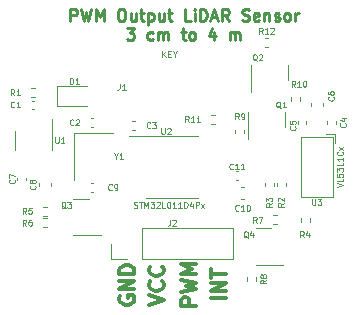
<source format=gto>
G04 #@! TF.GenerationSoftware,KiCad,Pcbnew,7.0.5-7.0.5~ubuntu22.04.1*
G04 #@! TF.CreationDate,2023-06-22T22:23:24-07:00*
G04 #@! TF.ProjectId,VL53L1x_pwm,564c3533-4c31-4785-9f70-776d2e6b6963,rev?*
G04 #@! TF.SameCoordinates,Original*
G04 #@! TF.FileFunction,Legend,Top*
G04 #@! TF.FilePolarity,Positive*
%FSLAX46Y46*%
G04 Gerber Fmt 4.6, Leading zero omitted, Abs format (unit mm)*
G04 Created by KiCad (PCBNEW 7.0.5-7.0.5~ubuntu22.04.1) date 2023-06-22 22:23:24*
%MOMM*%
%LPD*%
G01*
G04 APERTURE LIST*
%ADD10C,0.125000*%
%ADD11C,0.312500*%
%ADD12C,0.250000*%
%ADD13C,0.120000*%
G04 APERTURE END LIST*
D10*
X132178571Y-90474809D02*
X132178571Y-89974809D01*
X132464285Y-90474809D02*
X132250000Y-90189095D01*
X132464285Y-89974809D02*
X132178571Y-90260523D01*
X132678571Y-90212904D02*
X132845238Y-90212904D01*
X132916666Y-90474809D02*
X132678571Y-90474809D01*
X132678571Y-90474809D02*
X132678571Y-89974809D01*
X132678571Y-89974809D02*
X132916666Y-89974809D01*
X133226190Y-90236714D02*
X133226190Y-90474809D01*
X133059524Y-89974809D02*
X133226190Y-90236714D01*
X133226190Y-90236714D02*
X133392857Y-89974809D01*
D11*
X128621547Y-110702381D02*
X128562023Y-110821428D01*
X128562023Y-110821428D02*
X128562023Y-111000000D01*
X128562023Y-111000000D02*
X128621547Y-111178571D01*
X128621547Y-111178571D02*
X128740595Y-111297619D01*
X128740595Y-111297619D02*
X128859642Y-111357142D01*
X128859642Y-111357142D02*
X129097738Y-111416666D01*
X129097738Y-111416666D02*
X129276309Y-111416666D01*
X129276309Y-111416666D02*
X129514404Y-111357142D01*
X129514404Y-111357142D02*
X129633452Y-111297619D01*
X129633452Y-111297619D02*
X129752500Y-111178571D01*
X129752500Y-111178571D02*
X129812023Y-111000000D01*
X129812023Y-111000000D02*
X129812023Y-110880952D01*
X129812023Y-110880952D02*
X129752500Y-110702381D01*
X129752500Y-110702381D02*
X129692976Y-110642857D01*
X129692976Y-110642857D02*
X129276309Y-110642857D01*
X129276309Y-110642857D02*
X129276309Y-110880952D01*
X129812023Y-110107142D02*
X128562023Y-110107142D01*
X128562023Y-110107142D02*
X129812023Y-109392857D01*
X129812023Y-109392857D02*
X128562023Y-109392857D01*
X129812023Y-108797618D02*
X128562023Y-108797618D01*
X128562023Y-108797618D02*
X128562023Y-108499999D01*
X128562023Y-108499999D02*
X128621547Y-108321428D01*
X128621547Y-108321428D02*
X128740595Y-108202380D01*
X128740595Y-108202380D02*
X128859642Y-108142857D01*
X128859642Y-108142857D02*
X129097738Y-108083333D01*
X129097738Y-108083333D02*
X129276309Y-108083333D01*
X129276309Y-108083333D02*
X129514404Y-108142857D01*
X129514404Y-108142857D02*
X129633452Y-108202380D01*
X129633452Y-108202380D02*
X129752500Y-108321428D01*
X129752500Y-108321428D02*
X129812023Y-108499999D01*
X129812023Y-108499999D02*
X129812023Y-108797618D01*
X135062023Y-111505951D02*
X133812023Y-111505951D01*
X133812023Y-111505951D02*
X133812023Y-111029761D01*
X133812023Y-111029761D02*
X133871547Y-110910713D01*
X133871547Y-110910713D02*
X133931071Y-110851190D01*
X133931071Y-110851190D02*
X134050119Y-110791666D01*
X134050119Y-110791666D02*
X134228690Y-110791666D01*
X134228690Y-110791666D02*
X134347738Y-110851190D01*
X134347738Y-110851190D02*
X134407261Y-110910713D01*
X134407261Y-110910713D02*
X134466785Y-111029761D01*
X134466785Y-111029761D02*
X134466785Y-111505951D01*
X133812023Y-110374999D02*
X135062023Y-110077380D01*
X135062023Y-110077380D02*
X134169166Y-109839285D01*
X134169166Y-109839285D02*
X135062023Y-109601190D01*
X135062023Y-109601190D02*
X133812023Y-109303571D01*
X135062023Y-108827380D02*
X133812023Y-108827380D01*
X133812023Y-108827380D02*
X134704880Y-108410714D01*
X134704880Y-108410714D02*
X133812023Y-107994047D01*
X133812023Y-107994047D02*
X135062023Y-107994047D01*
X137562023Y-110880951D02*
X136312023Y-110880951D01*
X137562023Y-110285713D02*
X136312023Y-110285713D01*
X136312023Y-110285713D02*
X137562023Y-109571428D01*
X137562023Y-109571428D02*
X136312023Y-109571428D01*
X136312023Y-109154761D02*
X136312023Y-108440475D01*
X137562023Y-108797618D02*
X136312023Y-108797618D01*
D10*
X129797621Y-103201000D02*
X129869049Y-103224809D01*
X129869049Y-103224809D02*
X129988097Y-103224809D01*
X129988097Y-103224809D02*
X130035716Y-103201000D01*
X130035716Y-103201000D02*
X130059525Y-103177190D01*
X130059525Y-103177190D02*
X130083335Y-103129571D01*
X130083335Y-103129571D02*
X130083335Y-103081952D01*
X130083335Y-103081952D02*
X130059525Y-103034333D01*
X130059525Y-103034333D02*
X130035716Y-103010523D01*
X130035716Y-103010523D02*
X129988097Y-102986714D01*
X129988097Y-102986714D02*
X129892859Y-102962904D01*
X129892859Y-102962904D02*
X129845240Y-102939095D01*
X129845240Y-102939095D02*
X129821430Y-102915285D01*
X129821430Y-102915285D02*
X129797621Y-102867666D01*
X129797621Y-102867666D02*
X129797621Y-102820047D01*
X129797621Y-102820047D02*
X129821430Y-102772428D01*
X129821430Y-102772428D02*
X129845240Y-102748619D01*
X129845240Y-102748619D02*
X129892859Y-102724809D01*
X129892859Y-102724809D02*
X130011906Y-102724809D01*
X130011906Y-102724809D02*
X130083335Y-102748619D01*
X130226192Y-102724809D02*
X130511906Y-102724809D01*
X130369049Y-103224809D02*
X130369049Y-102724809D01*
X130678572Y-103224809D02*
X130678572Y-102724809D01*
X130678572Y-102724809D02*
X130845239Y-103081952D01*
X130845239Y-103081952D02*
X131011905Y-102724809D01*
X131011905Y-102724809D02*
X131011905Y-103224809D01*
X131202382Y-102724809D02*
X131511906Y-102724809D01*
X131511906Y-102724809D02*
X131345239Y-102915285D01*
X131345239Y-102915285D02*
X131416668Y-102915285D01*
X131416668Y-102915285D02*
X131464287Y-102939095D01*
X131464287Y-102939095D02*
X131488096Y-102962904D01*
X131488096Y-102962904D02*
X131511906Y-103010523D01*
X131511906Y-103010523D02*
X131511906Y-103129571D01*
X131511906Y-103129571D02*
X131488096Y-103177190D01*
X131488096Y-103177190D02*
X131464287Y-103201000D01*
X131464287Y-103201000D02*
X131416668Y-103224809D01*
X131416668Y-103224809D02*
X131273811Y-103224809D01*
X131273811Y-103224809D02*
X131226192Y-103201000D01*
X131226192Y-103201000D02*
X131202382Y-103177190D01*
X131702382Y-102772428D02*
X131726191Y-102748619D01*
X131726191Y-102748619D02*
X131773810Y-102724809D01*
X131773810Y-102724809D02*
X131892858Y-102724809D01*
X131892858Y-102724809D02*
X131940477Y-102748619D01*
X131940477Y-102748619D02*
X131964286Y-102772428D01*
X131964286Y-102772428D02*
X131988096Y-102820047D01*
X131988096Y-102820047D02*
X131988096Y-102867666D01*
X131988096Y-102867666D02*
X131964286Y-102939095D01*
X131964286Y-102939095D02*
X131678572Y-103224809D01*
X131678572Y-103224809D02*
X131988096Y-103224809D01*
X132440476Y-103224809D02*
X132202381Y-103224809D01*
X132202381Y-103224809D02*
X132202381Y-102724809D01*
X132702381Y-102724809D02*
X132750000Y-102724809D01*
X132750000Y-102724809D02*
X132797619Y-102748619D01*
X132797619Y-102748619D02*
X132821429Y-102772428D01*
X132821429Y-102772428D02*
X132845238Y-102820047D01*
X132845238Y-102820047D02*
X132869048Y-102915285D01*
X132869048Y-102915285D02*
X132869048Y-103034333D01*
X132869048Y-103034333D02*
X132845238Y-103129571D01*
X132845238Y-103129571D02*
X132821429Y-103177190D01*
X132821429Y-103177190D02*
X132797619Y-103201000D01*
X132797619Y-103201000D02*
X132750000Y-103224809D01*
X132750000Y-103224809D02*
X132702381Y-103224809D01*
X132702381Y-103224809D02*
X132654762Y-103201000D01*
X132654762Y-103201000D02*
X132630953Y-103177190D01*
X132630953Y-103177190D02*
X132607143Y-103129571D01*
X132607143Y-103129571D02*
X132583334Y-103034333D01*
X132583334Y-103034333D02*
X132583334Y-102915285D01*
X132583334Y-102915285D02*
X132607143Y-102820047D01*
X132607143Y-102820047D02*
X132630953Y-102772428D01*
X132630953Y-102772428D02*
X132654762Y-102748619D01*
X132654762Y-102748619D02*
X132702381Y-102724809D01*
X133345238Y-103224809D02*
X133059524Y-103224809D01*
X133202381Y-103224809D02*
X133202381Y-102724809D01*
X133202381Y-102724809D02*
X133154762Y-102796238D01*
X133154762Y-102796238D02*
X133107143Y-102843857D01*
X133107143Y-102843857D02*
X133059524Y-102867666D01*
X133821428Y-103224809D02*
X133535714Y-103224809D01*
X133678571Y-103224809D02*
X133678571Y-102724809D01*
X133678571Y-102724809D02*
X133630952Y-102796238D01*
X133630952Y-102796238D02*
X133583333Y-102843857D01*
X133583333Y-102843857D02*
X133535714Y-102867666D01*
X134035713Y-103224809D02*
X134035713Y-102724809D01*
X134035713Y-102724809D02*
X134154761Y-102724809D01*
X134154761Y-102724809D02*
X134226189Y-102748619D01*
X134226189Y-102748619D02*
X134273808Y-102796238D01*
X134273808Y-102796238D02*
X134297618Y-102843857D01*
X134297618Y-102843857D02*
X134321427Y-102939095D01*
X134321427Y-102939095D02*
X134321427Y-103010523D01*
X134321427Y-103010523D02*
X134297618Y-103105761D01*
X134297618Y-103105761D02*
X134273808Y-103153380D01*
X134273808Y-103153380D02*
X134226189Y-103201000D01*
X134226189Y-103201000D02*
X134154761Y-103224809D01*
X134154761Y-103224809D02*
X134035713Y-103224809D01*
X134749999Y-102891476D02*
X134749999Y-103224809D01*
X134630951Y-102701000D02*
X134511904Y-103058142D01*
X134511904Y-103058142D02*
X134821427Y-103058142D01*
X135011903Y-103224809D02*
X135011903Y-102724809D01*
X135011903Y-102724809D02*
X135202379Y-102724809D01*
X135202379Y-102724809D02*
X135249998Y-102748619D01*
X135249998Y-102748619D02*
X135273808Y-102772428D01*
X135273808Y-102772428D02*
X135297617Y-102820047D01*
X135297617Y-102820047D02*
X135297617Y-102891476D01*
X135297617Y-102891476D02*
X135273808Y-102939095D01*
X135273808Y-102939095D02*
X135249998Y-102962904D01*
X135249998Y-102962904D02*
X135202379Y-102986714D01*
X135202379Y-102986714D02*
X135011903Y-102986714D01*
X135464284Y-103224809D02*
X135726189Y-102891476D01*
X135464284Y-102891476D02*
X135726189Y-103224809D01*
D12*
X124404761Y-87394619D02*
X124404761Y-86394619D01*
X124404761Y-86394619D02*
X124785713Y-86394619D01*
X124785713Y-86394619D02*
X124880951Y-86442238D01*
X124880951Y-86442238D02*
X124928570Y-86489857D01*
X124928570Y-86489857D02*
X124976189Y-86585095D01*
X124976189Y-86585095D02*
X124976189Y-86727952D01*
X124976189Y-86727952D02*
X124928570Y-86823190D01*
X124928570Y-86823190D02*
X124880951Y-86870809D01*
X124880951Y-86870809D02*
X124785713Y-86918428D01*
X124785713Y-86918428D02*
X124404761Y-86918428D01*
X125309523Y-86394619D02*
X125547618Y-87394619D01*
X125547618Y-87394619D02*
X125738094Y-86680333D01*
X125738094Y-86680333D02*
X125928570Y-87394619D01*
X125928570Y-87394619D02*
X126166666Y-86394619D01*
X126547618Y-87394619D02*
X126547618Y-86394619D01*
X126547618Y-86394619D02*
X126880951Y-87108904D01*
X126880951Y-87108904D02*
X127214284Y-86394619D01*
X127214284Y-86394619D02*
X127214284Y-87394619D01*
X128642856Y-86394619D02*
X128833332Y-86394619D01*
X128833332Y-86394619D02*
X128928570Y-86442238D01*
X128928570Y-86442238D02*
X129023808Y-86537476D01*
X129023808Y-86537476D02*
X129071427Y-86727952D01*
X129071427Y-86727952D02*
X129071427Y-87061285D01*
X129071427Y-87061285D02*
X129023808Y-87251761D01*
X129023808Y-87251761D02*
X128928570Y-87347000D01*
X128928570Y-87347000D02*
X128833332Y-87394619D01*
X128833332Y-87394619D02*
X128642856Y-87394619D01*
X128642856Y-87394619D02*
X128547618Y-87347000D01*
X128547618Y-87347000D02*
X128452380Y-87251761D01*
X128452380Y-87251761D02*
X128404761Y-87061285D01*
X128404761Y-87061285D02*
X128404761Y-86727952D01*
X128404761Y-86727952D02*
X128452380Y-86537476D01*
X128452380Y-86537476D02*
X128547618Y-86442238D01*
X128547618Y-86442238D02*
X128642856Y-86394619D01*
X129928570Y-86727952D02*
X129928570Y-87394619D01*
X129499999Y-86727952D02*
X129499999Y-87251761D01*
X129499999Y-87251761D02*
X129547618Y-87347000D01*
X129547618Y-87347000D02*
X129642856Y-87394619D01*
X129642856Y-87394619D02*
X129785713Y-87394619D01*
X129785713Y-87394619D02*
X129880951Y-87347000D01*
X129880951Y-87347000D02*
X129928570Y-87299380D01*
X130261904Y-86727952D02*
X130642856Y-86727952D01*
X130404761Y-86394619D02*
X130404761Y-87251761D01*
X130404761Y-87251761D02*
X130452380Y-87347000D01*
X130452380Y-87347000D02*
X130547618Y-87394619D01*
X130547618Y-87394619D02*
X130642856Y-87394619D01*
X130976190Y-86727952D02*
X130976190Y-87727952D01*
X130976190Y-86775571D02*
X131071428Y-86727952D01*
X131071428Y-86727952D02*
X131261904Y-86727952D01*
X131261904Y-86727952D02*
X131357142Y-86775571D01*
X131357142Y-86775571D02*
X131404761Y-86823190D01*
X131404761Y-86823190D02*
X131452380Y-86918428D01*
X131452380Y-86918428D02*
X131452380Y-87204142D01*
X131452380Y-87204142D02*
X131404761Y-87299380D01*
X131404761Y-87299380D02*
X131357142Y-87347000D01*
X131357142Y-87347000D02*
X131261904Y-87394619D01*
X131261904Y-87394619D02*
X131071428Y-87394619D01*
X131071428Y-87394619D02*
X130976190Y-87347000D01*
X132309523Y-86727952D02*
X132309523Y-87394619D01*
X131880952Y-86727952D02*
X131880952Y-87251761D01*
X131880952Y-87251761D02*
X131928571Y-87347000D01*
X131928571Y-87347000D02*
X132023809Y-87394619D01*
X132023809Y-87394619D02*
X132166666Y-87394619D01*
X132166666Y-87394619D02*
X132261904Y-87347000D01*
X132261904Y-87347000D02*
X132309523Y-87299380D01*
X132642857Y-86727952D02*
X133023809Y-86727952D01*
X132785714Y-86394619D02*
X132785714Y-87251761D01*
X132785714Y-87251761D02*
X132833333Y-87347000D01*
X132833333Y-87347000D02*
X132928571Y-87394619D01*
X132928571Y-87394619D02*
X133023809Y-87394619D01*
X134595238Y-87394619D02*
X134119048Y-87394619D01*
X134119048Y-87394619D02*
X134119048Y-86394619D01*
X134928572Y-87394619D02*
X134928572Y-86727952D01*
X134928572Y-86394619D02*
X134880953Y-86442238D01*
X134880953Y-86442238D02*
X134928572Y-86489857D01*
X134928572Y-86489857D02*
X134976191Y-86442238D01*
X134976191Y-86442238D02*
X134928572Y-86394619D01*
X134928572Y-86394619D02*
X134928572Y-86489857D01*
X135404762Y-87394619D02*
X135404762Y-86394619D01*
X135404762Y-86394619D02*
X135642857Y-86394619D01*
X135642857Y-86394619D02*
X135785714Y-86442238D01*
X135785714Y-86442238D02*
X135880952Y-86537476D01*
X135880952Y-86537476D02*
X135928571Y-86632714D01*
X135928571Y-86632714D02*
X135976190Y-86823190D01*
X135976190Y-86823190D02*
X135976190Y-86966047D01*
X135976190Y-86966047D02*
X135928571Y-87156523D01*
X135928571Y-87156523D02*
X135880952Y-87251761D01*
X135880952Y-87251761D02*
X135785714Y-87347000D01*
X135785714Y-87347000D02*
X135642857Y-87394619D01*
X135642857Y-87394619D02*
X135404762Y-87394619D01*
X136357143Y-87108904D02*
X136833333Y-87108904D01*
X136261905Y-87394619D02*
X136595238Y-86394619D01*
X136595238Y-86394619D02*
X136928571Y-87394619D01*
X137833333Y-87394619D02*
X137500000Y-86918428D01*
X137261905Y-87394619D02*
X137261905Y-86394619D01*
X137261905Y-86394619D02*
X137642857Y-86394619D01*
X137642857Y-86394619D02*
X137738095Y-86442238D01*
X137738095Y-86442238D02*
X137785714Y-86489857D01*
X137785714Y-86489857D02*
X137833333Y-86585095D01*
X137833333Y-86585095D02*
X137833333Y-86727952D01*
X137833333Y-86727952D02*
X137785714Y-86823190D01*
X137785714Y-86823190D02*
X137738095Y-86870809D01*
X137738095Y-86870809D02*
X137642857Y-86918428D01*
X137642857Y-86918428D02*
X137261905Y-86918428D01*
X138976191Y-87347000D02*
X139119048Y-87394619D01*
X139119048Y-87394619D02*
X139357143Y-87394619D01*
X139357143Y-87394619D02*
X139452381Y-87347000D01*
X139452381Y-87347000D02*
X139500000Y-87299380D01*
X139500000Y-87299380D02*
X139547619Y-87204142D01*
X139547619Y-87204142D02*
X139547619Y-87108904D01*
X139547619Y-87108904D02*
X139500000Y-87013666D01*
X139500000Y-87013666D02*
X139452381Y-86966047D01*
X139452381Y-86966047D02*
X139357143Y-86918428D01*
X139357143Y-86918428D02*
X139166667Y-86870809D01*
X139166667Y-86870809D02*
X139071429Y-86823190D01*
X139071429Y-86823190D02*
X139023810Y-86775571D01*
X139023810Y-86775571D02*
X138976191Y-86680333D01*
X138976191Y-86680333D02*
X138976191Y-86585095D01*
X138976191Y-86585095D02*
X139023810Y-86489857D01*
X139023810Y-86489857D02*
X139071429Y-86442238D01*
X139071429Y-86442238D02*
X139166667Y-86394619D01*
X139166667Y-86394619D02*
X139404762Y-86394619D01*
X139404762Y-86394619D02*
X139547619Y-86442238D01*
X140357143Y-87347000D02*
X140261905Y-87394619D01*
X140261905Y-87394619D02*
X140071429Y-87394619D01*
X140071429Y-87394619D02*
X139976191Y-87347000D01*
X139976191Y-87347000D02*
X139928572Y-87251761D01*
X139928572Y-87251761D02*
X139928572Y-86870809D01*
X139928572Y-86870809D02*
X139976191Y-86775571D01*
X139976191Y-86775571D02*
X140071429Y-86727952D01*
X140071429Y-86727952D02*
X140261905Y-86727952D01*
X140261905Y-86727952D02*
X140357143Y-86775571D01*
X140357143Y-86775571D02*
X140404762Y-86870809D01*
X140404762Y-86870809D02*
X140404762Y-86966047D01*
X140404762Y-86966047D02*
X139928572Y-87061285D01*
X140833334Y-86727952D02*
X140833334Y-87394619D01*
X140833334Y-86823190D02*
X140880953Y-86775571D01*
X140880953Y-86775571D02*
X140976191Y-86727952D01*
X140976191Y-86727952D02*
X141119048Y-86727952D01*
X141119048Y-86727952D02*
X141214286Y-86775571D01*
X141214286Y-86775571D02*
X141261905Y-86870809D01*
X141261905Y-86870809D02*
X141261905Y-87394619D01*
X141690477Y-87347000D02*
X141785715Y-87394619D01*
X141785715Y-87394619D02*
X141976191Y-87394619D01*
X141976191Y-87394619D02*
X142071429Y-87347000D01*
X142071429Y-87347000D02*
X142119048Y-87251761D01*
X142119048Y-87251761D02*
X142119048Y-87204142D01*
X142119048Y-87204142D02*
X142071429Y-87108904D01*
X142071429Y-87108904D02*
X141976191Y-87061285D01*
X141976191Y-87061285D02*
X141833334Y-87061285D01*
X141833334Y-87061285D02*
X141738096Y-87013666D01*
X141738096Y-87013666D02*
X141690477Y-86918428D01*
X141690477Y-86918428D02*
X141690477Y-86870809D01*
X141690477Y-86870809D02*
X141738096Y-86775571D01*
X141738096Y-86775571D02*
X141833334Y-86727952D01*
X141833334Y-86727952D02*
X141976191Y-86727952D01*
X141976191Y-86727952D02*
X142071429Y-86775571D01*
X142690477Y-87394619D02*
X142595239Y-87347000D01*
X142595239Y-87347000D02*
X142547620Y-87299380D01*
X142547620Y-87299380D02*
X142500001Y-87204142D01*
X142500001Y-87204142D02*
X142500001Y-86918428D01*
X142500001Y-86918428D02*
X142547620Y-86823190D01*
X142547620Y-86823190D02*
X142595239Y-86775571D01*
X142595239Y-86775571D02*
X142690477Y-86727952D01*
X142690477Y-86727952D02*
X142833334Y-86727952D01*
X142833334Y-86727952D02*
X142928572Y-86775571D01*
X142928572Y-86775571D02*
X142976191Y-86823190D01*
X142976191Y-86823190D02*
X143023810Y-86918428D01*
X143023810Y-86918428D02*
X143023810Y-87204142D01*
X143023810Y-87204142D02*
X142976191Y-87299380D01*
X142976191Y-87299380D02*
X142928572Y-87347000D01*
X142928572Y-87347000D02*
X142833334Y-87394619D01*
X142833334Y-87394619D02*
X142690477Y-87394619D01*
X143452382Y-87394619D02*
X143452382Y-86727952D01*
X143452382Y-86918428D02*
X143500001Y-86823190D01*
X143500001Y-86823190D02*
X143547620Y-86775571D01*
X143547620Y-86775571D02*
X143642858Y-86727952D01*
X143642858Y-86727952D02*
X143738096Y-86727952D01*
X129166666Y-88004619D02*
X129785713Y-88004619D01*
X129785713Y-88004619D02*
X129452380Y-88385571D01*
X129452380Y-88385571D02*
X129595237Y-88385571D01*
X129595237Y-88385571D02*
X129690475Y-88433190D01*
X129690475Y-88433190D02*
X129738094Y-88480809D01*
X129738094Y-88480809D02*
X129785713Y-88576047D01*
X129785713Y-88576047D02*
X129785713Y-88814142D01*
X129785713Y-88814142D02*
X129738094Y-88909380D01*
X129738094Y-88909380D02*
X129690475Y-88957000D01*
X129690475Y-88957000D02*
X129595237Y-89004619D01*
X129595237Y-89004619D02*
X129309523Y-89004619D01*
X129309523Y-89004619D02*
X129214285Y-88957000D01*
X129214285Y-88957000D02*
X129166666Y-88909380D01*
X131404761Y-88957000D02*
X131309523Y-89004619D01*
X131309523Y-89004619D02*
X131119047Y-89004619D01*
X131119047Y-89004619D02*
X131023809Y-88957000D01*
X131023809Y-88957000D02*
X130976190Y-88909380D01*
X130976190Y-88909380D02*
X130928571Y-88814142D01*
X130928571Y-88814142D02*
X130928571Y-88528428D01*
X130928571Y-88528428D02*
X130976190Y-88433190D01*
X130976190Y-88433190D02*
X131023809Y-88385571D01*
X131023809Y-88385571D02*
X131119047Y-88337952D01*
X131119047Y-88337952D02*
X131309523Y-88337952D01*
X131309523Y-88337952D02*
X131404761Y-88385571D01*
X131833333Y-89004619D02*
X131833333Y-88337952D01*
X131833333Y-88433190D02*
X131880952Y-88385571D01*
X131880952Y-88385571D02*
X131976190Y-88337952D01*
X131976190Y-88337952D02*
X132119047Y-88337952D01*
X132119047Y-88337952D02*
X132214285Y-88385571D01*
X132214285Y-88385571D02*
X132261904Y-88480809D01*
X132261904Y-88480809D02*
X132261904Y-89004619D01*
X132261904Y-88480809D02*
X132309523Y-88385571D01*
X132309523Y-88385571D02*
X132404761Y-88337952D01*
X132404761Y-88337952D02*
X132547618Y-88337952D01*
X132547618Y-88337952D02*
X132642857Y-88385571D01*
X132642857Y-88385571D02*
X132690476Y-88480809D01*
X132690476Y-88480809D02*
X132690476Y-89004619D01*
X133785714Y-88337952D02*
X134166666Y-88337952D01*
X133928571Y-88004619D02*
X133928571Y-88861761D01*
X133928571Y-88861761D02*
X133976190Y-88957000D01*
X133976190Y-88957000D02*
X134071428Y-89004619D01*
X134071428Y-89004619D02*
X134166666Y-89004619D01*
X134642857Y-89004619D02*
X134547619Y-88957000D01*
X134547619Y-88957000D02*
X134500000Y-88909380D01*
X134500000Y-88909380D02*
X134452381Y-88814142D01*
X134452381Y-88814142D02*
X134452381Y-88528428D01*
X134452381Y-88528428D02*
X134500000Y-88433190D01*
X134500000Y-88433190D02*
X134547619Y-88385571D01*
X134547619Y-88385571D02*
X134642857Y-88337952D01*
X134642857Y-88337952D02*
X134785714Y-88337952D01*
X134785714Y-88337952D02*
X134880952Y-88385571D01*
X134880952Y-88385571D02*
X134928571Y-88433190D01*
X134928571Y-88433190D02*
X134976190Y-88528428D01*
X134976190Y-88528428D02*
X134976190Y-88814142D01*
X134976190Y-88814142D02*
X134928571Y-88909380D01*
X134928571Y-88909380D02*
X134880952Y-88957000D01*
X134880952Y-88957000D02*
X134785714Y-89004619D01*
X134785714Y-89004619D02*
X134642857Y-89004619D01*
X136595238Y-88337952D02*
X136595238Y-89004619D01*
X136357143Y-87957000D02*
X136119048Y-88671285D01*
X136119048Y-88671285D02*
X136738095Y-88671285D01*
X137880953Y-89004619D02*
X137880953Y-88337952D01*
X137880953Y-88433190D02*
X137928572Y-88385571D01*
X137928572Y-88385571D02*
X138023810Y-88337952D01*
X138023810Y-88337952D02*
X138166667Y-88337952D01*
X138166667Y-88337952D02*
X138261905Y-88385571D01*
X138261905Y-88385571D02*
X138309524Y-88480809D01*
X138309524Y-88480809D02*
X138309524Y-89004619D01*
X138309524Y-88480809D02*
X138357143Y-88385571D01*
X138357143Y-88385571D02*
X138452381Y-88337952D01*
X138452381Y-88337952D02*
X138595238Y-88337952D01*
X138595238Y-88337952D02*
X138690477Y-88385571D01*
X138690477Y-88385571D02*
X138738096Y-88480809D01*
X138738096Y-88480809D02*
X138738096Y-89004619D01*
D10*
X146974809Y-101488093D02*
X147474809Y-101321427D01*
X147474809Y-101321427D02*
X146974809Y-101154760D01*
X147474809Y-100749999D02*
X147474809Y-100988094D01*
X147474809Y-100988094D02*
X146974809Y-100988094D01*
X146974809Y-100345237D02*
X146974809Y-100583332D01*
X146974809Y-100583332D02*
X147212904Y-100607141D01*
X147212904Y-100607141D02*
X147189095Y-100583332D01*
X147189095Y-100583332D02*
X147165285Y-100535713D01*
X147165285Y-100535713D02*
X147165285Y-100416665D01*
X147165285Y-100416665D02*
X147189095Y-100369046D01*
X147189095Y-100369046D02*
X147212904Y-100345237D01*
X147212904Y-100345237D02*
X147260523Y-100321427D01*
X147260523Y-100321427D02*
X147379571Y-100321427D01*
X147379571Y-100321427D02*
X147427190Y-100345237D01*
X147427190Y-100345237D02*
X147451000Y-100369046D01*
X147451000Y-100369046D02*
X147474809Y-100416665D01*
X147474809Y-100416665D02*
X147474809Y-100535713D01*
X147474809Y-100535713D02*
X147451000Y-100583332D01*
X147451000Y-100583332D02*
X147427190Y-100607141D01*
X146974809Y-100154761D02*
X146974809Y-99845237D01*
X146974809Y-99845237D02*
X147165285Y-100011904D01*
X147165285Y-100011904D02*
X147165285Y-99940475D01*
X147165285Y-99940475D02*
X147189095Y-99892856D01*
X147189095Y-99892856D02*
X147212904Y-99869047D01*
X147212904Y-99869047D02*
X147260523Y-99845237D01*
X147260523Y-99845237D02*
X147379571Y-99845237D01*
X147379571Y-99845237D02*
X147427190Y-99869047D01*
X147427190Y-99869047D02*
X147451000Y-99892856D01*
X147451000Y-99892856D02*
X147474809Y-99940475D01*
X147474809Y-99940475D02*
X147474809Y-100083332D01*
X147474809Y-100083332D02*
X147451000Y-100130951D01*
X147451000Y-100130951D02*
X147427190Y-100154761D01*
X147474809Y-99392857D02*
X147474809Y-99630952D01*
X147474809Y-99630952D02*
X146974809Y-99630952D01*
X147474809Y-98964285D02*
X147474809Y-99249999D01*
X147474809Y-99107142D02*
X146974809Y-99107142D01*
X146974809Y-99107142D02*
X147046238Y-99154761D01*
X147046238Y-99154761D02*
X147093857Y-99202380D01*
X147093857Y-99202380D02*
X147117666Y-99249999D01*
X147427190Y-98464286D02*
X147451000Y-98488095D01*
X147451000Y-98488095D02*
X147474809Y-98559524D01*
X147474809Y-98559524D02*
X147474809Y-98607143D01*
X147474809Y-98607143D02*
X147451000Y-98678571D01*
X147451000Y-98678571D02*
X147403380Y-98726190D01*
X147403380Y-98726190D02*
X147355761Y-98750000D01*
X147355761Y-98750000D02*
X147260523Y-98773809D01*
X147260523Y-98773809D02*
X147189095Y-98773809D01*
X147189095Y-98773809D02*
X147093857Y-98750000D01*
X147093857Y-98750000D02*
X147046238Y-98726190D01*
X147046238Y-98726190D02*
X146998619Y-98678571D01*
X146998619Y-98678571D02*
X146974809Y-98607143D01*
X146974809Y-98607143D02*
X146974809Y-98559524D01*
X146974809Y-98559524D02*
X146998619Y-98488095D01*
X146998619Y-98488095D02*
X147022428Y-98464286D01*
X147474809Y-98297619D02*
X147141476Y-98035714D01*
X147141476Y-98297619D02*
X147474809Y-98035714D01*
D11*
X131062023Y-111416666D02*
X132312023Y-110999999D01*
X132312023Y-110999999D02*
X131062023Y-110583333D01*
X132192976Y-109452380D02*
X132252500Y-109511904D01*
X132252500Y-109511904D02*
X132312023Y-109690475D01*
X132312023Y-109690475D02*
X132312023Y-109809523D01*
X132312023Y-109809523D02*
X132252500Y-109988094D01*
X132252500Y-109988094D02*
X132133452Y-110107142D01*
X132133452Y-110107142D02*
X132014404Y-110166665D01*
X132014404Y-110166665D02*
X131776309Y-110226189D01*
X131776309Y-110226189D02*
X131597738Y-110226189D01*
X131597738Y-110226189D02*
X131359642Y-110166665D01*
X131359642Y-110166665D02*
X131240595Y-110107142D01*
X131240595Y-110107142D02*
X131121547Y-109988094D01*
X131121547Y-109988094D02*
X131062023Y-109809523D01*
X131062023Y-109809523D02*
X131062023Y-109690475D01*
X131062023Y-109690475D02*
X131121547Y-109511904D01*
X131121547Y-109511904D02*
X131181071Y-109452380D01*
X132192976Y-108202380D02*
X132252500Y-108261904D01*
X132252500Y-108261904D02*
X132312023Y-108440475D01*
X132312023Y-108440475D02*
X132312023Y-108559523D01*
X132312023Y-108559523D02*
X132252500Y-108738094D01*
X132252500Y-108738094D02*
X132133452Y-108857142D01*
X132133452Y-108857142D02*
X132014404Y-108916665D01*
X132014404Y-108916665D02*
X131776309Y-108976189D01*
X131776309Y-108976189D02*
X131597738Y-108976189D01*
X131597738Y-108976189D02*
X131359642Y-108916665D01*
X131359642Y-108916665D02*
X131240595Y-108857142D01*
X131240595Y-108857142D02*
X131121547Y-108738094D01*
X131121547Y-108738094D02*
X131062023Y-108559523D01*
X131062023Y-108559523D02*
X131062023Y-108440475D01*
X131062023Y-108440475D02*
X131121547Y-108261904D01*
X131121547Y-108261904D02*
X131181071Y-108202380D01*
D10*
G04 #@! TO.C,C2*
X124666666Y-96177190D02*
X124642857Y-96201000D01*
X124642857Y-96201000D02*
X124571428Y-96224809D01*
X124571428Y-96224809D02*
X124523809Y-96224809D01*
X124523809Y-96224809D02*
X124452381Y-96201000D01*
X124452381Y-96201000D02*
X124404762Y-96153380D01*
X124404762Y-96153380D02*
X124380952Y-96105761D01*
X124380952Y-96105761D02*
X124357143Y-96010523D01*
X124357143Y-96010523D02*
X124357143Y-95939095D01*
X124357143Y-95939095D02*
X124380952Y-95843857D01*
X124380952Y-95843857D02*
X124404762Y-95796238D01*
X124404762Y-95796238D02*
X124452381Y-95748619D01*
X124452381Y-95748619D02*
X124523809Y-95724809D01*
X124523809Y-95724809D02*
X124571428Y-95724809D01*
X124571428Y-95724809D02*
X124642857Y-95748619D01*
X124642857Y-95748619D02*
X124666666Y-95772428D01*
X124857143Y-95772428D02*
X124880952Y-95748619D01*
X124880952Y-95748619D02*
X124928571Y-95724809D01*
X124928571Y-95724809D02*
X125047619Y-95724809D01*
X125047619Y-95724809D02*
X125095238Y-95748619D01*
X125095238Y-95748619D02*
X125119047Y-95772428D01*
X125119047Y-95772428D02*
X125142857Y-95820047D01*
X125142857Y-95820047D02*
X125142857Y-95867666D01*
X125142857Y-95867666D02*
X125119047Y-95939095D01*
X125119047Y-95939095D02*
X124833333Y-96224809D01*
X124833333Y-96224809D02*
X125142857Y-96224809D01*
G04 #@! TO.C,C7*
X119677190Y-100833333D02*
X119701000Y-100857142D01*
X119701000Y-100857142D02*
X119724809Y-100928571D01*
X119724809Y-100928571D02*
X119724809Y-100976190D01*
X119724809Y-100976190D02*
X119701000Y-101047618D01*
X119701000Y-101047618D02*
X119653380Y-101095237D01*
X119653380Y-101095237D02*
X119605761Y-101119047D01*
X119605761Y-101119047D02*
X119510523Y-101142856D01*
X119510523Y-101142856D02*
X119439095Y-101142856D01*
X119439095Y-101142856D02*
X119343857Y-101119047D01*
X119343857Y-101119047D02*
X119296238Y-101095237D01*
X119296238Y-101095237D02*
X119248619Y-101047618D01*
X119248619Y-101047618D02*
X119224809Y-100976190D01*
X119224809Y-100976190D02*
X119224809Y-100928571D01*
X119224809Y-100928571D02*
X119248619Y-100857142D01*
X119248619Y-100857142D02*
X119272428Y-100833333D01*
X119224809Y-100666666D02*
X119224809Y-100333333D01*
X119224809Y-100333333D02*
X119724809Y-100547618D01*
G04 #@! TO.C,U3*
X144869047Y-102474809D02*
X144869047Y-102879571D01*
X144869047Y-102879571D02*
X144892857Y-102927190D01*
X144892857Y-102927190D02*
X144916666Y-102951000D01*
X144916666Y-102951000D02*
X144964285Y-102974809D01*
X144964285Y-102974809D02*
X145059523Y-102974809D01*
X145059523Y-102974809D02*
X145107142Y-102951000D01*
X145107142Y-102951000D02*
X145130952Y-102927190D01*
X145130952Y-102927190D02*
X145154761Y-102879571D01*
X145154761Y-102879571D02*
X145154761Y-102474809D01*
X145345238Y-102474809D02*
X145654762Y-102474809D01*
X145654762Y-102474809D02*
X145488095Y-102665285D01*
X145488095Y-102665285D02*
X145559524Y-102665285D01*
X145559524Y-102665285D02*
X145607143Y-102689095D01*
X145607143Y-102689095D02*
X145630952Y-102712904D01*
X145630952Y-102712904D02*
X145654762Y-102760523D01*
X145654762Y-102760523D02*
X145654762Y-102879571D01*
X145654762Y-102879571D02*
X145630952Y-102927190D01*
X145630952Y-102927190D02*
X145607143Y-102951000D01*
X145607143Y-102951000D02*
X145559524Y-102974809D01*
X145559524Y-102974809D02*
X145416667Y-102974809D01*
X145416667Y-102974809D02*
X145369048Y-102951000D01*
X145369048Y-102951000D02*
X145345238Y-102927190D01*
G04 #@! TO.C,J2*
X132833333Y-104224809D02*
X132833333Y-104581952D01*
X132833333Y-104581952D02*
X132809524Y-104653380D01*
X132809524Y-104653380D02*
X132761905Y-104701000D01*
X132761905Y-104701000D02*
X132690476Y-104724809D01*
X132690476Y-104724809D02*
X132642857Y-104724809D01*
X133047619Y-104272428D02*
X133071428Y-104248619D01*
X133071428Y-104248619D02*
X133119047Y-104224809D01*
X133119047Y-104224809D02*
X133238095Y-104224809D01*
X133238095Y-104224809D02*
X133285714Y-104248619D01*
X133285714Y-104248619D02*
X133309523Y-104272428D01*
X133309523Y-104272428D02*
X133333333Y-104320047D01*
X133333333Y-104320047D02*
X133333333Y-104367666D01*
X133333333Y-104367666D02*
X133309523Y-104439095D01*
X133309523Y-104439095D02*
X133023809Y-104724809D01*
X133023809Y-104724809D02*
X133333333Y-104724809D01*
G04 #@! TO.C,R7*
X140166666Y-104474809D02*
X140000000Y-104236714D01*
X139880952Y-104474809D02*
X139880952Y-103974809D01*
X139880952Y-103974809D02*
X140071428Y-103974809D01*
X140071428Y-103974809D02*
X140119047Y-103998619D01*
X140119047Y-103998619D02*
X140142857Y-104022428D01*
X140142857Y-104022428D02*
X140166666Y-104070047D01*
X140166666Y-104070047D02*
X140166666Y-104141476D01*
X140166666Y-104141476D02*
X140142857Y-104189095D01*
X140142857Y-104189095D02*
X140119047Y-104212904D01*
X140119047Y-104212904D02*
X140071428Y-104236714D01*
X140071428Y-104236714D02*
X139880952Y-104236714D01*
X140333333Y-103974809D02*
X140666666Y-103974809D01*
X140666666Y-103974809D02*
X140452381Y-104474809D01*
G04 #@! TO.C,R2*
X142474809Y-102833333D02*
X142236714Y-102999999D01*
X142474809Y-103119047D02*
X141974809Y-103119047D01*
X141974809Y-103119047D02*
X141974809Y-102928571D01*
X141974809Y-102928571D02*
X141998619Y-102880952D01*
X141998619Y-102880952D02*
X142022428Y-102857142D01*
X142022428Y-102857142D02*
X142070047Y-102833333D01*
X142070047Y-102833333D02*
X142141476Y-102833333D01*
X142141476Y-102833333D02*
X142189095Y-102857142D01*
X142189095Y-102857142D02*
X142212904Y-102880952D01*
X142212904Y-102880952D02*
X142236714Y-102928571D01*
X142236714Y-102928571D02*
X142236714Y-103119047D01*
X142022428Y-102642856D02*
X141998619Y-102619047D01*
X141998619Y-102619047D02*
X141974809Y-102571428D01*
X141974809Y-102571428D02*
X141974809Y-102452380D01*
X141974809Y-102452380D02*
X141998619Y-102404761D01*
X141998619Y-102404761D02*
X142022428Y-102380952D01*
X142022428Y-102380952D02*
X142070047Y-102357142D01*
X142070047Y-102357142D02*
X142117666Y-102357142D01*
X142117666Y-102357142D02*
X142189095Y-102380952D01*
X142189095Y-102380952D02*
X142474809Y-102666666D01*
X142474809Y-102666666D02*
X142474809Y-102357142D01*
G04 #@! TO.C,Y1*
X128261905Y-98836714D02*
X128261905Y-99074809D01*
X128095239Y-98574809D02*
X128261905Y-98836714D01*
X128261905Y-98836714D02*
X128428572Y-98574809D01*
X128857143Y-99074809D02*
X128571429Y-99074809D01*
X128714286Y-99074809D02*
X128714286Y-98574809D01*
X128714286Y-98574809D02*
X128666667Y-98646238D01*
X128666667Y-98646238D02*
X128619048Y-98693857D01*
X128619048Y-98693857D02*
X128571429Y-98717666D01*
G04 #@! TO.C,C4*
X147677190Y-96083333D02*
X147701000Y-96107142D01*
X147701000Y-96107142D02*
X147724809Y-96178571D01*
X147724809Y-96178571D02*
X147724809Y-96226190D01*
X147724809Y-96226190D02*
X147701000Y-96297618D01*
X147701000Y-96297618D02*
X147653380Y-96345237D01*
X147653380Y-96345237D02*
X147605761Y-96369047D01*
X147605761Y-96369047D02*
X147510523Y-96392856D01*
X147510523Y-96392856D02*
X147439095Y-96392856D01*
X147439095Y-96392856D02*
X147343857Y-96369047D01*
X147343857Y-96369047D02*
X147296238Y-96345237D01*
X147296238Y-96345237D02*
X147248619Y-96297618D01*
X147248619Y-96297618D02*
X147224809Y-96226190D01*
X147224809Y-96226190D02*
X147224809Y-96178571D01*
X147224809Y-96178571D02*
X147248619Y-96107142D01*
X147248619Y-96107142D02*
X147272428Y-96083333D01*
X147391476Y-95654761D02*
X147724809Y-95654761D01*
X147201000Y-95773809D02*
X147558142Y-95892856D01*
X147558142Y-95892856D02*
X147558142Y-95583333D01*
G04 #@! TO.C,C5*
X143427190Y-96333333D02*
X143451000Y-96357142D01*
X143451000Y-96357142D02*
X143474809Y-96428571D01*
X143474809Y-96428571D02*
X143474809Y-96476190D01*
X143474809Y-96476190D02*
X143451000Y-96547618D01*
X143451000Y-96547618D02*
X143403380Y-96595237D01*
X143403380Y-96595237D02*
X143355761Y-96619047D01*
X143355761Y-96619047D02*
X143260523Y-96642856D01*
X143260523Y-96642856D02*
X143189095Y-96642856D01*
X143189095Y-96642856D02*
X143093857Y-96619047D01*
X143093857Y-96619047D02*
X143046238Y-96595237D01*
X143046238Y-96595237D02*
X142998619Y-96547618D01*
X142998619Y-96547618D02*
X142974809Y-96476190D01*
X142974809Y-96476190D02*
X142974809Y-96428571D01*
X142974809Y-96428571D02*
X142998619Y-96357142D01*
X142998619Y-96357142D02*
X143022428Y-96333333D01*
X142974809Y-95880952D02*
X142974809Y-96119047D01*
X142974809Y-96119047D02*
X143212904Y-96142856D01*
X143212904Y-96142856D02*
X143189095Y-96119047D01*
X143189095Y-96119047D02*
X143165285Y-96071428D01*
X143165285Y-96071428D02*
X143165285Y-95952380D01*
X143165285Y-95952380D02*
X143189095Y-95904761D01*
X143189095Y-95904761D02*
X143212904Y-95880952D01*
X143212904Y-95880952D02*
X143260523Y-95857142D01*
X143260523Y-95857142D02*
X143379571Y-95857142D01*
X143379571Y-95857142D02*
X143427190Y-95880952D01*
X143427190Y-95880952D02*
X143451000Y-95904761D01*
X143451000Y-95904761D02*
X143474809Y-95952380D01*
X143474809Y-95952380D02*
X143474809Y-96071428D01*
X143474809Y-96071428D02*
X143451000Y-96119047D01*
X143451000Y-96119047D02*
X143427190Y-96142856D01*
G04 #@! TO.C,R5*
X120666666Y-103724809D02*
X120500000Y-103486714D01*
X120380952Y-103724809D02*
X120380952Y-103224809D01*
X120380952Y-103224809D02*
X120571428Y-103224809D01*
X120571428Y-103224809D02*
X120619047Y-103248619D01*
X120619047Y-103248619D02*
X120642857Y-103272428D01*
X120642857Y-103272428D02*
X120666666Y-103320047D01*
X120666666Y-103320047D02*
X120666666Y-103391476D01*
X120666666Y-103391476D02*
X120642857Y-103439095D01*
X120642857Y-103439095D02*
X120619047Y-103462904D01*
X120619047Y-103462904D02*
X120571428Y-103486714D01*
X120571428Y-103486714D02*
X120380952Y-103486714D01*
X121119047Y-103224809D02*
X120880952Y-103224809D01*
X120880952Y-103224809D02*
X120857143Y-103462904D01*
X120857143Y-103462904D02*
X120880952Y-103439095D01*
X120880952Y-103439095D02*
X120928571Y-103415285D01*
X120928571Y-103415285D02*
X121047619Y-103415285D01*
X121047619Y-103415285D02*
X121095238Y-103439095D01*
X121095238Y-103439095D02*
X121119047Y-103462904D01*
X121119047Y-103462904D02*
X121142857Y-103510523D01*
X121142857Y-103510523D02*
X121142857Y-103629571D01*
X121142857Y-103629571D02*
X121119047Y-103677190D01*
X121119047Y-103677190D02*
X121095238Y-103701000D01*
X121095238Y-103701000D02*
X121047619Y-103724809D01*
X121047619Y-103724809D02*
X120928571Y-103724809D01*
X120928571Y-103724809D02*
X120880952Y-103701000D01*
X120880952Y-103701000D02*
X120857143Y-103677190D01*
G04 #@! TO.C,C11*
X138178571Y-99927190D02*
X138154762Y-99951000D01*
X138154762Y-99951000D02*
X138083333Y-99974809D01*
X138083333Y-99974809D02*
X138035714Y-99974809D01*
X138035714Y-99974809D02*
X137964286Y-99951000D01*
X137964286Y-99951000D02*
X137916667Y-99903380D01*
X137916667Y-99903380D02*
X137892857Y-99855761D01*
X137892857Y-99855761D02*
X137869048Y-99760523D01*
X137869048Y-99760523D02*
X137869048Y-99689095D01*
X137869048Y-99689095D02*
X137892857Y-99593857D01*
X137892857Y-99593857D02*
X137916667Y-99546238D01*
X137916667Y-99546238D02*
X137964286Y-99498619D01*
X137964286Y-99498619D02*
X138035714Y-99474809D01*
X138035714Y-99474809D02*
X138083333Y-99474809D01*
X138083333Y-99474809D02*
X138154762Y-99498619D01*
X138154762Y-99498619D02*
X138178571Y-99522428D01*
X138654762Y-99974809D02*
X138369048Y-99974809D01*
X138511905Y-99974809D02*
X138511905Y-99474809D01*
X138511905Y-99474809D02*
X138464286Y-99546238D01*
X138464286Y-99546238D02*
X138416667Y-99593857D01*
X138416667Y-99593857D02*
X138369048Y-99617666D01*
X139130952Y-99974809D02*
X138845238Y-99974809D01*
X138988095Y-99974809D02*
X138988095Y-99474809D01*
X138988095Y-99474809D02*
X138940476Y-99546238D01*
X138940476Y-99546238D02*
X138892857Y-99593857D01*
X138892857Y-99593857D02*
X138845238Y-99617666D01*
G04 #@! TO.C,C9*
X127916666Y-101677190D02*
X127892857Y-101701000D01*
X127892857Y-101701000D02*
X127821428Y-101724809D01*
X127821428Y-101724809D02*
X127773809Y-101724809D01*
X127773809Y-101724809D02*
X127702381Y-101701000D01*
X127702381Y-101701000D02*
X127654762Y-101653380D01*
X127654762Y-101653380D02*
X127630952Y-101605761D01*
X127630952Y-101605761D02*
X127607143Y-101510523D01*
X127607143Y-101510523D02*
X127607143Y-101439095D01*
X127607143Y-101439095D02*
X127630952Y-101343857D01*
X127630952Y-101343857D02*
X127654762Y-101296238D01*
X127654762Y-101296238D02*
X127702381Y-101248619D01*
X127702381Y-101248619D02*
X127773809Y-101224809D01*
X127773809Y-101224809D02*
X127821428Y-101224809D01*
X127821428Y-101224809D02*
X127892857Y-101248619D01*
X127892857Y-101248619D02*
X127916666Y-101272428D01*
X128154762Y-101724809D02*
X128250000Y-101724809D01*
X128250000Y-101724809D02*
X128297619Y-101701000D01*
X128297619Y-101701000D02*
X128321428Y-101677190D01*
X128321428Y-101677190D02*
X128369047Y-101605761D01*
X128369047Y-101605761D02*
X128392857Y-101510523D01*
X128392857Y-101510523D02*
X128392857Y-101320047D01*
X128392857Y-101320047D02*
X128369047Y-101272428D01*
X128369047Y-101272428D02*
X128345238Y-101248619D01*
X128345238Y-101248619D02*
X128297619Y-101224809D01*
X128297619Y-101224809D02*
X128202381Y-101224809D01*
X128202381Y-101224809D02*
X128154762Y-101248619D01*
X128154762Y-101248619D02*
X128130952Y-101272428D01*
X128130952Y-101272428D02*
X128107143Y-101320047D01*
X128107143Y-101320047D02*
X128107143Y-101439095D01*
X128107143Y-101439095D02*
X128130952Y-101486714D01*
X128130952Y-101486714D02*
X128154762Y-101510523D01*
X128154762Y-101510523D02*
X128202381Y-101534333D01*
X128202381Y-101534333D02*
X128297619Y-101534333D01*
X128297619Y-101534333D02*
X128345238Y-101510523D01*
X128345238Y-101510523D02*
X128369047Y-101486714D01*
X128369047Y-101486714D02*
X128392857Y-101439095D01*
G04 #@! TO.C,R3*
X141474809Y-102833333D02*
X141236714Y-102999999D01*
X141474809Y-103119047D02*
X140974809Y-103119047D01*
X140974809Y-103119047D02*
X140974809Y-102928571D01*
X140974809Y-102928571D02*
X140998619Y-102880952D01*
X140998619Y-102880952D02*
X141022428Y-102857142D01*
X141022428Y-102857142D02*
X141070047Y-102833333D01*
X141070047Y-102833333D02*
X141141476Y-102833333D01*
X141141476Y-102833333D02*
X141189095Y-102857142D01*
X141189095Y-102857142D02*
X141212904Y-102880952D01*
X141212904Y-102880952D02*
X141236714Y-102928571D01*
X141236714Y-102928571D02*
X141236714Y-103119047D01*
X140974809Y-102666666D02*
X140974809Y-102357142D01*
X140974809Y-102357142D02*
X141165285Y-102523809D01*
X141165285Y-102523809D02*
X141165285Y-102452380D01*
X141165285Y-102452380D02*
X141189095Y-102404761D01*
X141189095Y-102404761D02*
X141212904Y-102380952D01*
X141212904Y-102380952D02*
X141260523Y-102357142D01*
X141260523Y-102357142D02*
X141379571Y-102357142D01*
X141379571Y-102357142D02*
X141427190Y-102380952D01*
X141427190Y-102380952D02*
X141451000Y-102404761D01*
X141451000Y-102404761D02*
X141474809Y-102452380D01*
X141474809Y-102452380D02*
X141474809Y-102595237D01*
X141474809Y-102595237D02*
X141451000Y-102642856D01*
X141451000Y-102642856D02*
X141427190Y-102666666D01*
G04 #@! TO.C,J1*
X128583333Y-92724809D02*
X128583333Y-93081952D01*
X128583333Y-93081952D02*
X128559524Y-93153380D01*
X128559524Y-93153380D02*
X128511905Y-93201000D01*
X128511905Y-93201000D02*
X128440476Y-93224809D01*
X128440476Y-93224809D02*
X128392857Y-93224809D01*
X129083333Y-93224809D02*
X128797619Y-93224809D01*
X128940476Y-93224809D02*
X128940476Y-92724809D01*
X128940476Y-92724809D02*
X128892857Y-92796238D01*
X128892857Y-92796238D02*
X128845238Y-92843857D01*
X128845238Y-92843857D02*
X128797619Y-92867666D01*
G04 #@! TO.C,C10*
X138653571Y-103427190D02*
X138629762Y-103451000D01*
X138629762Y-103451000D02*
X138558333Y-103474809D01*
X138558333Y-103474809D02*
X138510714Y-103474809D01*
X138510714Y-103474809D02*
X138439286Y-103451000D01*
X138439286Y-103451000D02*
X138391667Y-103403380D01*
X138391667Y-103403380D02*
X138367857Y-103355761D01*
X138367857Y-103355761D02*
X138344048Y-103260523D01*
X138344048Y-103260523D02*
X138344048Y-103189095D01*
X138344048Y-103189095D02*
X138367857Y-103093857D01*
X138367857Y-103093857D02*
X138391667Y-103046238D01*
X138391667Y-103046238D02*
X138439286Y-102998619D01*
X138439286Y-102998619D02*
X138510714Y-102974809D01*
X138510714Y-102974809D02*
X138558333Y-102974809D01*
X138558333Y-102974809D02*
X138629762Y-102998619D01*
X138629762Y-102998619D02*
X138653571Y-103022428D01*
X139129762Y-103474809D02*
X138844048Y-103474809D01*
X138986905Y-103474809D02*
X138986905Y-102974809D01*
X138986905Y-102974809D02*
X138939286Y-103046238D01*
X138939286Y-103046238D02*
X138891667Y-103093857D01*
X138891667Y-103093857D02*
X138844048Y-103117666D01*
X139439285Y-102974809D02*
X139486904Y-102974809D01*
X139486904Y-102974809D02*
X139534523Y-102998619D01*
X139534523Y-102998619D02*
X139558333Y-103022428D01*
X139558333Y-103022428D02*
X139582142Y-103070047D01*
X139582142Y-103070047D02*
X139605952Y-103165285D01*
X139605952Y-103165285D02*
X139605952Y-103284333D01*
X139605952Y-103284333D02*
X139582142Y-103379571D01*
X139582142Y-103379571D02*
X139558333Y-103427190D01*
X139558333Y-103427190D02*
X139534523Y-103451000D01*
X139534523Y-103451000D02*
X139486904Y-103474809D01*
X139486904Y-103474809D02*
X139439285Y-103474809D01*
X139439285Y-103474809D02*
X139391666Y-103451000D01*
X139391666Y-103451000D02*
X139367857Y-103427190D01*
X139367857Y-103427190D02*
X139344047Y-103379571D01*
X139344047Y-103379571D02*
X139320238Y-103284333D01*
X139320238Y-103284333D02*
X139320238Y-103165285D01*
X139320238Y-103165285D02*
X139344047Y-103070047D01*
X139344047Y-103070047D02*
X139367857Y-103022428D01*
X139367857Y-103022428D02*
X139391666Y-102998619D01*
X139391666Y-102998619D02*
X139439285Y-102974809D01*
G04 #@! TO.C,C3*
X131166666Y-96427190D02*
X131142857Y-96451000D01*
X131142857Y-96451000D02*
X131071428Y-96474809D01*
X131071428Y-96474809D02*
X131023809Y-96474809D01*
X131023809Y-96474809D02*
X130952381Y-96451000D01*
X130952381Y-96451000D02*
X130904762Y-96403380D01*
X130904762Y-96403380D02*
X130880952Y-96355761D01*
X130880952Y-96355761D02*
X130857143Y-96260523D01*
X130857143Y-96260523D02*
X130857143Y-96189095D01*
X130857143Y-96189095D02*
X130880952Y-96093857D01*
X130880952Y-96093857D02*
X130904762Y-96046238D01*
X130904762Y-96046238D02*
X130952381Y-95998619D01*
X130952381Y-95998619D02*
X131023809Y-95974809D01*
X131023809Y-95974809D02*
X131071428Y-95974809D01*
X131071428Y-95974809D02*
X131142857Y-95998619D01*
X131142857Y-95998619D02*
X131166666Y-96022428D01*
X131333333Y-95974809D02*
X131642857Y-95974809D01*
X131642857Y-95974809D02*
X131476190Y-96165285D01*
X131476190Y-96165285D02*
X131547619Y-96165285D01*
X131547619Y-96165285D02*
X131595238Y-96189095D01*
X131595238Y-96189095D02*
X131619047Y-96212904D01*
X131619047Y-96212904D02*
X131642857Y-96260523D01*
X131642857Y-96260523D02*
X131642857Y-96379571D01*
X131642857Y-96379571D02*
X131619047Y-96427190D01*
X131619047Y-96427190D02*
X131595238Y-96451000D01*
X131595238Y-96451000D02*
X131547619Y-96474809D01*
X131547619Y-96474809D02*
X131404762Y-96474809D01*
X131404762Y-96474809D02*
X131357143Y-96451000D01*
X131357143Y-96451000D02*
X131333333Y-96427190D01*
G04 #@! TO.C,R6*
X120666666Y-104724809D02*
X120500000Y-104486714D01*
X120380952Y-104724809D02*
X120380952Y-104224809D01*
X120380952Y-104224809D02*
X120571428Y-104224809D01*
X120571428Y-104224809D02*
X120619047Y-104248619D01*
X120619047Y-104248619D02*
X120642857Y-104272428D01*
X120642857Y-104272428D02*
X120666666Y-104320047D01*
X120666666Y-104320047D02*
X120666666Y-104391476D01*
X120666666Y-104391476D02*
X120642857Y-104439095D01*
X120642857Y-104439095D02*
X120619047Y-104462904D01*
X120619047Y-104462904D02*
X120571428Y-104486714D01*
X120571428Y-104486714D02*
X120380952Y-104486714D01*
X121095238Y-104224809D02*
X121000000Y-104224809D01*
X121000000Y-104224809D02*
X120952381Y-104248619D01*
X120952381Y-104248619D02*
X120928571Y-104272428D01*
X120928571Y-104272428D02*
X120880952Y-104343857D01*
X120880952Y-104343857D02*
X120857143Y-104439095D01*
X120857143Y-104439095D02*
X120857143Y-104629571D01*
X120857143Y-104629571D02*
X120880952Y-104677190D01*
X120880952Y-104677190D02*
X120904762Y-104701000D01*
X120904762Y-104701000D02*
X120952381Y-104724809D01*
X120952381Y-104724809D02*
X121047619Y-104724809D01*
X121047619Y-104724809D02*
X121095238Y-104701000D01*
X121095238Y-104701000D02*
X121119047Y-104677190D01*
X121119047Y-104677190D02*
X121142857Y-104629571D01*
X121142857Y-104629571D02*
X121142857Y-104510523D01*
X121142857Y-104510523D02*
X121119047Y-104462904D01*
X121119047Y-104462904D02*
X121095238Y-104439095D01*
X121095238Y-104439095D02*
X121047619Y-104415285D01*
X121047619Y-104415285D02*
X120952381Y-104415285D01*
X120952381Y-104415285D02*
X120904762Y-104439095D01*
X120904762Y-104439095D02*
X120880952Y-104462904D01*
X120880952Y-104462904D02*
X120857143Y-104510523D01*
G04 #@! TO.C,R12*
X140678571Y-88474809D02*
X140511905Y-88236714D01*
X140392857Y-88474809D02*
X140392857Y-87974809D01*
X140392857Y-87974809D02*
X140583333Y-87974809D01*
X140583333Y-87974809D02*
X140630952Y-87998619D01*
X140630952Y-87998619D02*
X140654762Y-88022428D01*
X140654762Y-88022428D02*
X140678571Y-88070047D01*
X140678571Y-88070047D02*
X140678571Y-88141476D01*
X140678571Y-88141476D02*
X140654762Y-88189095D01*
X140654762Y-88189095D02*
X140630952Y-88212904D01*
X140630952Y-88212904D02*
X140583333Y-88236714D01*
X140583333Y-88236714D02*
X140392857Y-88236714D01*
X141154762Y-88474809D02*
X140869048Y-88474809D01*
X141011905Y-88474809D02*
X141011905Y-87974809D01*
X141011905Y-87974809D02*
X140964286Y-88046238D01*
X140964286Y-88046238D02*
X140916667Y-88093857D01*
X140916667Y-88093857D02*
X140869048Y-88117666D01*
X141345238Y-88022428D02*
X141369047Y-87998619D01*
X141369047Y-87998619D02*
X141416666Y-87974809D01*
X141416666Y-87974809D02*
X141535714Y-87974809D01*
X141535714Y-87974809D02*
X141583333Y-87998619D01*
X141583333Y-87998619D02*
X141607142Y-88022428D01*
X141607142Y-88022428D02*
X141630952Y-88070047D01*
X141630952Y-88070047D02*
X141630952Y-88117666D01*
X141630952Y-88117666D02*
X141607142Y-88189095D01*
X141607142Y-88189095D02*
X141321428Y-88474809D01*
X141321428Y-88474809D02*
X141630952Y-88474809D01*
G04 #@! TO.C,D1*
X124380952Y-92724809D02*
X124380952Y-92224809D01*
X124380952Y-92224809D02*
X124500000Y-92224809D01*
X124500000Y-92224809D02*
X124571428Y-92248619D01*
X124571428Y-92248619D02*
X124619047Y-92296238D01*
X124619047Y-92296238D02*
X124642857Y-92343857D01*
X124642857Y-92343857D02*
X124666666Y-92439095D01*
X124666666Y-92439095D02*
X124666666Y-92510523D01*
X124666666Y-92510523D02*
X124642857Y-92605761D01*
X124642857Y-92605761D02*
X124619047Y-92653380D01*
X124619047Y-92653380D02*
X124571428Y-92701000D01*
X124571428Y-92701000D02*
X124500000Y-92724809D01*
X124500000Y-92724809D02*
X124380952Y-92724809D01*
X125142857Y-92724809D02*
X124857143Y-92724809D01*
X125000000Y-92724809D02*
X125000000Y-92224809D01*
X125000000Y-92224809D02*
X124952381Y-92296238D01*
X124952381Y-92296238D02*
X124904762Y-92343857D01*
X124904762Y-92343857D02*
X124857143Y-92367666D01*
G04 #@! TO.C,C8*
X121427190Y-101333333D02*
X121451000Y-101357142D01*
X121451000Y-101357142D02*
X121474809Y-101428571D01*
X121474809Y-101428571D02*
X121474809Y-101476190D01*
X121474809Y-101476190D02*
X121451000Y-101547618D01*
X121451000Y-101547618D02*
X121403380Y-101595237D01*
X121403380Y-101595237D02*
X121355761Y-101619047D01*
X121355761Y-101619047D02*
X121260523Y-101642856D01*
X121260523Y-101642856D02*
X121189095Y-101642856D01*
X121189095Y-101642856D02*
X121093857Y-101619047D01*
X121093857Y-101619047D02*
X121046238Y-101595237D01*
X121046238Y-101595237D02*
X120998619Y-101547618D01*
X120998619Y-101547618D02*
X120974809Y-101476190D01*
X120974809Y-101476190D02*
X120974809Y-101428571D01*
X120974809Y-101428571D02*
X120998619Y-101357142D01*
X120998619Y-101357142D02*
X121022428Y-101333333D01*
X121189095Y-101047618D02*
X121165285Y-101095237D01*
X121165285Y-101095237D02*
X121141476Y-101119047D01*
X121141476Y-101119047D02*
X121093857Y-101142856D01*
X121093857Y-101142856D02*
X121070047Y-101142856D01*
X121070047Y-101142856D02*
X121022428Y-101119047D01*
X121022428Y-101119047D02*
X120998619Y-101095237D01*
X120998619Y-101095237D02*
X120974809Y-101047618D01*
X120974809Y-101047618D02*
X120974809Y-100952380D01*
X120974809Y-100952380D02*
X120998619Y-100904761D01*
X120998619Y-100904761D02*
X121022428Y-100880952D01*
X121022428Y-100880952D02*
X121070047Y-100857142D01*
X121070047Y-100857142D02*
X121093857Y-100857142D01*
X121093857Y-100857142D02*
X121141476Y-100880952D01*
X121141476Y-100880952D02*
X121165285Y-100904761D01*
X121165285Y-100904761D02*
X121189095Y-100952380D01*
X121189095Y-100952380D02*
X121189095Y-101047618D01*
X121189095Y-101047618D02*
X121212904Y-101095237D01*
X121212904Y-101095237D02*
X121236714Y-101119047D01*
X121236714Y-101119047D02*
X121284333Y-101142856D01*
X121284333Y-101142856D02*
X121379571Y-101142856D01*
X121379571Y-101142856D02*
X121427190Y-101119047D01*
X121427190Y-101119047D02*
X121451000Y-101095237D01*
X121451000Y-101095237D02*
X121474809Y-101047618D01*
X121474809Y-101047618D02*
X121474809Y-100952380D01*
X121474809Y-100952380D02*
X121451000Y-100904761D01*
X121451000Y-100904761D02*
X121427190Y-100880952D01*
X121427190Y-100880952D02*
X121379571Y-100857142D01*
X121379571Y-100857142D02*
X121284333Y-100857142D01*
X121284333Y-100857142D02*
X121236714Y-100880952D01*
X121236714Y-100880952D02*
X121212904Y-100904761D01*
X121212904Y-100904761D02*
X121189095Y-100952380D01*
G04 #@! TO.C,R9*
X138666666Y-95724809D02*
X138500000Y-95486714D01*
X138380952Y-95724809D02*
X138380952Y-95224809D01*
X138380952Y-95224809D02*
X138571428Y-95224809D01*
X138571428Y-95224809D02*
X138619047Y-95248619D01*
X138619047Y-95248619D02*
X138642857Y-95272428D01*
X138642857Y-95272428D02*
X138666666Y-95320047D01*
X138666666Y-95320047D02*
X138666666Y-95391476D01*
X138666666Y-95391476D02*
X138642857Y-95439095D01*
X138642857Y-95439095D02*
X138619047Y-95462904D01*
X138619047Y-95462904D02*
X138571428Y-95486714D01*
X138571428Y-95486714D02*
X138380952Y-95486714D01*
X138904762Y-95724809D02*
X139000000Y-95724809D01*
X139000000Y-95724809D02*
X139047619Y-95701000D01*
X139047619Y-95701000D02*
X139071428Y-95677190D01*
X139071428Y-95677190D02*
X139119047Y-95605761D01*
X139119047Y-95605761D02*
X139142857Y-95510523D01*
X139142857Y-95510523D02*
X139142857Y-95320047D01*
X139142857Y-95320047D02*
X139119047Y-95272428D01*
X139119047Y-95272428D02*
X139095238Y-95248619D01*
X139095238Y-95248619D02*
X139047619Y-95224809D01*
X139047619Y-95224809D02*
X138952381Y-95224809D01*
X138952381Y-95224809D02*
X138904762Y-95248619D01*
X138904762Y-95248619D02*
X138880952Y-95272428D01*
X138880952Y-95272428D02*
X138857143Y-95320047D01*
X138857143Y-95320047D02*
X138857143Y-95439095D01*
X138857143Y-95439095D02*
X138880952Y-95486714D01*
X138880952Y-95486714D02*
X138904762Y-95510523D01*
X138904762Y-95510523D02*
X138952381Y-95534333D01*
X138952381Y-95534333D02*
X139047619Y-95534333D01*
X139047619Y-95534333D02*
X139095238Y-95510523D01*
X139095238Y-95510523D02*
X139119047Y-95486714D01*
X139119047Y-95486714D02*
X139142857Y-95439095D01*
G04 #@! TO.C,R8*
X140984809Y-109343333D02*
X140746714Y-109509999D01*
X140984809Y-109629047D02*
X140484809Y-109629047D01*
X140484809Y-109629047D02*
X140484809Y-109438571D01*
X140484809Y-109438571D02*
X140508619Y-109390952D01*
X140508619Y-109390952D02*
X140532428Y-109367142D01*
X140532428Y-109367142D02*
X140580047Y-109343333D01*
X140580047Y-109343333D02*
X140651476Y-109343333D01*
X140651476Y-109343333D02*
X140699095Y-109367142D01*
X140699095Y-109367142D02*
X140722904Y-109390952D01*
X140722904Y-109390952D02*
X140746714Y-109438571D01*
X140746714Y-109438571D02*
X140746714Y-109629047D01*
X140699095Y-109057618D02*
X140675285Y-109105237D01*
X140675285Y-109105237D02*
X140651476Y-109129047D01*
X140651476Y-109129047D02*
X140603857Y-109152856D01*
X140603857Y-109152856D02*
X140580047Y-109152856D01*
X140580047Y-109152856D02*
X140532428Y-109129047D01*
X140532428Y-109129047D02*
X140508619Y-109105237D01*
X140508619Y-109105237D02*
X140484809Y-109057618D01*
X140484809Y-109057618D02*
X140484809Y-108962380D01*
X140484809Y-108962380D02*
X140508619Y-108914761D01*
X140508619Y-108914761D02*
X140532428Y-108890952D01*
X140532428Y-108890952D02*
X140580047Y-108867142D01*
X140580047Y-108867142D02*
X140603857Y-108867142D01*
X140603857Y-108867142D02*
X140651476Y-108890952D01*
X140651476Y-108890952D02*
X140675285Y-108914761D01*
X140675285Y-108914761D02*
X140699095Y-108962380D01*
X140699095Y-108962380D02*
X140699095Y-109057618D01*
X140699095Y-109057618D02*
X140722904Y-109105237D01*
X140722904Y-109105237D02*
X140746714Y-109129047D01*
X140746714Y-109129047D02*
X140794333Y-109152856D01*
X140794333Y-109152856D02*
X140889571Y-109152856D01*
X140889571Y-109152856D02*
X140937190Y-109129047D01*
X140937190Y-109129047D02*
X140961000Y-109105237D01*
X140961000Y-109105237D02*
X140984809Y-109057618D01*
X140984809Y-109057618D02*
X140984809Y-108962380D01*
X140984809Y-108962380D02*
X140961000Y-108914761D01*
X140961000Y-108914761D02*
X140937190Y-108890952D01*
X140937190Y-108890952D02*
X140889571Y-108867142D01*
X140889571Y-108867142D02*
X140794333Y-108867142D01*
X140794333Y-108867142D02*
X140746714Y-108890952D01*
X140746714Y-108890952D02*
X140722904Y-108914761D01*
X140722904Y-108914761D02*
X140699095Y-108962380D01*
G04 #@! TO.C,Q2*
X140202380Y-90772428D02*
X140154761Y-90748619D01*
X140154761Y-90748619D02*
X140107142Y-90701000D01*
X140107142Y-90701000D02*
X140035714Y-90629571D01*
X140035714Y-90629571D02*
X139988095Y-90605761D01*
X139988095Y-90605761D02*
X139940476Y-90605761D01*
X139964285Y-90724809D02*
X139916666Y-90701000D01*
X139916666Y-90701000D02*
X139869047Y-90653380D01*
X139869047Y-90653380D02*
X139845238Y-90558142D01*
X139845238Y-90558142D02*
X139845238Y-90391476D01*
X139845238Y-90391476D02*
X139869047Y-90296238D01*
X139869047Y-90296238D02*
X139916666Y-90248619D01*
X139916666Y-90248619D02*
X139964285Y-90224809D01*
X139964285Y-90224809D02*
X140059523Y-90224809D01*
X140059523Y-90224809D02*
X140107142Y-90248619D01*
X140107142Y-90248619D02*
X140154761Y-90296238D01*
X140154761Y-90296238D02*
X140178571Y-90391476D01*
X140178571Y-90391476D02*
X140178571Y-90558142D01*
X140178571Y-90558142D02*
X140154761Y-90653380D01*
X140154761Y-90653380D02*
X140107142Y-90701000D01*
X140107142Y-90701000D02*
X140059523Y-90724809D01*
X140059523Y-90724809D02*
X139964285Y-90724809D01*
X140369048Y-90272428D02*
X140392857Y-90248619D01*
X140392857Y-90248619D02*
X140440476Y-90224809D01*
X140440476Y-90224809D02*
X140559524Y-90224809D01*
X140559524Y-90224809D02*
X140607143Y-90248619D01*
X140607143Y-90248619D02*
X140630952Y-90272428D01*
X140630952Y-90272428D02*
X140654762Y-90320047D01*
X140654762Y-90320047D02*
X140654762Y-90367666D01*
X140654762Y-90367666D02*
X140630952Y-90439095D01*
X140630952Y-90439095D02*
X140345238Y-90724809D01*
X140345238Y-90724809D02*
X140654762Y-90724809D01*
G04 #@! TO.C,C6*
X146677190Y-93833333D02*
X146701000Y-93857142D01*
X146701000Y-93857142D02*
X146724809Y-93928571D01*
X146724809Y-93928571D02*
X146724809Y-93976190D01*
X146724809Y-93976190D02*
X146701000Y-94047618D01*
X146701000Y-94047618D02*
X146653380Y-94095237D01*
X146653380Y-94095237D02*
X146605761Y-94119047D01*
X146605761Y-94119047D02*
X146510523Y-94142856D01*
X146510523Y-94142856D02*
X146439095Y-94142856D01*
X146439095Y-94142856D02*
X146343857Y-94119047D01*
X146343857Y-94119047D02*
X146296238Y-94095237D01*
X146296238Y-94095237D02*
X146248619Y-94047618D01*
X146248619Y-94047618D02*
X146224809Y-93976190D01*
X146224809Y-93976190D02*
X146224809Y-93928571D01*
X146224809Y-93928571D02*
X146248619Y-93857142D01*
X146248619Y-93857142D02*
X146272428Y-93833333D01*
X146224809Y-93404761D02*
X146224809Y-93499999D01*
X146224809Y-93499999D02*
X146248619Y-93547618D01*
X146248619Y-93547618D02*
X146272428Y-93571428D01*
X146272428Y-93571428D02*
X146343857Y-93619047D01*
X146343857Y-93619047D02*
X146439095Y-93642856D01*
X146439095Y-93642856D02*
X146629571Y-93642856D01*
X146629571Y-93642856D02*
X146677190Y-93619047D01*
X146677190Y-93619047D02*
X146701000Y-93595237D01*
X146701000Y-93595237D02*
X146724809Y-93547618D01*
X146724809Y-93547618D02*
X146724809Y-93452380D01*
X146724809Y-93452380D02*
X146701000Y-93404761D01*
X146701000Y-93404761D02*
X146677190Y-93380952D01*
X146677190Y-93380952D02*
X146629571Y-93357142D01*
X146629571Y-93357142D02*
X146510523Y-93357142D01*
X146510523Y-93357142D02*
X146462904Y-93380952D01*
X146462904Y-93380952D02*
X146439095Y-93404761D01*
X146439095Y-93404761D02*
X146415285Y-93452380D01*
X146415285Y-93452380D02*
X146415285Y-93547618D01*
X146415285Y-93547618D02*
X146439095Y-93595237D01*
X146439095Y-93595237D02*
X146462904Y-93619047D01*
X146462904Y-93619047D02*
X146510523Y-93642856D01*
G04 #@! TO.C,R1*
X119666666Y-93704809D02*
X119500000Y-93466714D01*
X119380952Y-93704809D02*
X119380952Y-93204809D01*
X119380952Y-93204809D02*
X119571428Y-93204809D01*
X119571428Y-93204809D02*
X119619047Y-93228619D01*
X119619047Y-93228619D02*
X119642857Y-93252428D01*
X119642857Y-93252428D02*
X119666666Y-93300047D01*
X119666666Y-93300047D02*
X119666666Y-93371476D01*
X119666666Y-93371476D02*
X119642857Y-93419095D01*
X119642857Y-93419095D02*
X119619047Y-93442904D01*
X119619047Y-93442904D02*
X119571428Y-93466714D01*
X119571428Y-93466714D02*
X119380952Y-93466714D01*
X120142857Y-93704809D02*
X119857143Y-93704809D01*
X120000000Y-93704809D02*
X120000000Y-93204809D01*
X120000000Y-93204809D02*
X119952381Y-93276238D01*
X119952381Y-93276238D02*
X119904762Y-93323857D01*
X119904762Y-93323857D02*
X119857143Y-93347666D01*
G04 #@! TO.C,Q1*
X142202380Y-94772428D02*
X142154761Y-94748619D01*
X142154761Y-94748619D02*
X142107142Y-94701000D01*
X142107142Y-94701000D02*
X142035714Y-94629571D01*
X142035714Y-94629571D02*
X141988095Y-94605761D01*
X141988095Y-94605761D02*
X141940476Y-94605761D01*
X141964285Y-94724809D02*
X141916666Y-94701000D01*
X141916666Y-94701000D02*
X141869047Y-94653380D01*
X141869047Y-94653380D02*
X141845238Y-94558142D01*
X141845238Y-94558142D02*
X141845238Y-94391476D01*
X141845238Y-94391476D02*
X141869047Y-94296238D01*
X141869047Y-94296238D02*
X141916666Y-94248619D01*
X141916666Y-94248619D02*
X141964285Y-94224809D01*
X141964285Y-94224809D02*
X142059523Y-94224809D01*
X142059523Y-94224809D02*
X142107142Y-94248619D01*
X142107142Y-94248619D02*
X142154761Y-94296238D01*
X142154761Y-94296238D02*
X142178571Y-94391476D01*
X142178571Y-94391476D02*
X142178571Y-94558142D01*
X142178571Y-94558142D02*
X142154761Y-94653380D01*
X142154761Y-94653380D02*
X142107142Y-94701000D01*
X142107142Y-94701000D02*
X142059523Y-94724809D01*
X142059523Y-94724809D02*
X141964285Y-94724809D01*
X142654762Y-94724809D02*
X142369048Y-94724809D01*
X142511905Y-94724809D02*
X142511905Y-94224809D01*
X142511905Y-94224809D02*
X142464286Y-94296238D01*
X142464286Y-94296238D02*
X142416667Y-94343857D01*
X142416667Y-94343857D02*
X142369048Y-94367666D01*
G04 #@! TO.C,R11*
X134418571Y-95974809D02*
X134251905Y-95736714D01*
X134132857Y-95974809D02*
X134132857Y-95474809D01*
X134132857Y-95474809D02*
X134323333Y-95474809D01*
X134323333Y-95474809D02*
X134370952Y-95498619D01*
X134370952Y-95498619D02*
X134394762Y-95522428D01*
X134394762Y-95522428D02*
X134418571Y-95570047D01*
X134418571Y-95570047D02*
X134418571Y-95641476D01*
X134418571Y-95641476D02*
X134394762Y-95689095D01*
X134394762Y-95689095D02*
X134370952Y-95712904D01*
X134370952Y-95712904D02*
X134323333Y-95736714D01*
X134323333Y-95736714D02*
X134132857Y-95736714D01*
X134894762Y-95974809D02*
X134609048Y-95974809D01*
X134751905Y-95974809D02*
X134751905Y-95474809D01*
X134751905Y-95474809D02*
X134704286Y-95546238D01*
X134704286Y-95546238D02*
X134656667Y-95593857D01*
X134656667Y-95593857D02*
X134609048Y-95617666D01*
X135370952Y-95974809D02*
X135085238Y-95974809D01*
X135228095Y-95974809D02*
X135228095Y-95474809D01*
X135228095Y-95474809D02*
X135180476Y-95546238D01*
X135180476Y-95546238D02*
X135132857Y-95593857D01*
X135132857Y-95593857D02*
X135085238Y-95617666D01*
G04 #@! TO.C,R4*
X144166666Y-105724809D02*
X144000000Y-105486714D01*
X143880952Y-105724809D02*
X143880952Y-105224809D01*
X143880952Y-105224809D02*
X144071428Y-105224809D01*
X144071428Y-105224809D02*
X144119047Y-105248619D01*
X144119047Y-105248619D02*
X144142857Y-105272428D01*
X144142857Y-105272428D02*
X144166666Y-105320047D01*
X144166666Y-105320047D02*
X144166666Y-105391476D01*
X144166666Y-105391476D02*
X144142857Y-105439095D01*
X144142857Y-105439095D02*
X144119047Y-105462904D01*
X144119047Y-105462904D02*
X144071428Y-105486714D01*
X144071428Y-105486714D02*
X143880952Y-105486714D01*
X144595238Y-105391476D02*
X144595238Y-105724809D01*
X144476190Y-105201000D02*
X144357143Y-105558142D01*
X144357143Y-105558142D02*
X144666666Y-105558142D01*
G04 #@! TO.C,Q3*
X124014880Y-103272428D02*
X123967261Y-103248619D01*
X123967261Y-103248619D02*
X123919642Y-103201000D01*
X123919642Y-103201000D02*
X123848214Y-103129571D01*
X123848214Y-103129571D02*
X123800595Y-103105761D01*
X123800595Y-103105761D02*
X123752976Y-103105761D01*
X123776785Y-103224809D02*
X123729166Y-103201000D01*
X123729166Y-103201000D02*
X123681547Y-103153380D01*
X123681547Y-103153380D02*
X123657738Y-103058142D01*
X123657738Y-103058142D02*
X123657738Y-102891476D01*
X123657738Y-102891476D02*
X123681547Y-102796238D01*
X123681547Y-102796238D02*
X123729166Y-102748619D01*
X123729166Y-102748619D02*
X123776785Y-102724809D01*
X123776785Y-102724809D02*
X123872023Y-102724809D01*
X123872023Y-102724809D02*
X123919642Y-102748619D01*
X123919642Y-102748619D02*
X123967261Y-102796238D01*
X123967261Y-102796238D02*
X123991071Y-102891476D01*
X123991071Y-102891476D02*
X123991071Y-103058142D01*
X123991071Y-103058142D02*
X123967261Y-103153380D01*
X123967261Y-103153380D02*
X123919642Y-103201000D01*
X123919642Y-103201000D02*
X123872023Y-103224809D01*
X123872023Y-103224809D02*
X123776785Y-103224809D01*
X124157738Y-102724809D02*
X124467262Y-102724809D01*
X124467262Y-102724809D02*
X124300595Y-102915285D01*
X124300595Y-102915285D02*
X124372024Y-102915285D01*
X124372024Y-102915285D02*
X124419643Y-102939095D01*
X124419643Y-102939095D02*
X124443452Y-102962904D01*
X124443452Y-102962904D02*
X124467262Y-103010523D01*
X124467262Y-103010523D02*
X124467262Y-103129571D01*
X124467262Y-103129571D02*
X124443452Y-103177190D01*
X124443452Y-103177190D02*
X124419643Y-103201000D01*
X124419643Y-103201000D02*
X124372024Y-103224809D01*
X124372024Y-103224809D02*
X124229167Y-103224809D01*
X124229167Y-103224809D02*
X124181548Y-103201000D01*
X124181548Y-103201000D02*
X124157738Y-103177190D01*
G04 #@! TO.C,Q4*
X139452380Y-105772428D02*
X139404761Y-105748619D01*
X139404761Y-105748619D02*
X139357142Y-105701000D01*
X139357142Y-105701000D02*
X139285714Y-105629571D01*
X139285714Y-105629571D02*
X139238095Y-105605761D01*
X139238095Y-105605761D02*
X139190476Y-105605761D01*
X139214285Y-105724809D02*
X139166666Y-105701000D01*
X139166666Y-105701000D02*
X139119047Y-105653380D01*
X139119047Y-105653380D02*
X139095238Y-105558142D01*
X139095238Y-105558142D02*
X139095238Y-105391476D01*
X139095238Y-105391476D02*
X139119047Y-105296238D01*
X139119047Y-105296238D02*
X139166666Y-105248619D01*
X139166666Y-105248619D02*
X139214285Y-105224809D01*
X139214285Y-105224809D02*
X139309523Y-105224809D01*
X139309523Y-105224809D02*
X139357142Y-105248619D01*
X139357142Y-105248619D02*
X139404761Y-105296238D01*
X139404761Y-105296238D02*
X139428571Y-105391476D01*
X139428571Y-105391476D02*
X139428571Y-105558142D01*
X139428571Y-105558142D02*
X139404761Y-105653380D01*
X139404761Y-105653380D02*
X139357142Y-105701000D01*
X139357142Y-105701000D02*
X139309523Y-105724809D01*
X139309523Y-105724809D02*
X139214285Y-105724809D01*
X139857143Y-105391476D02*
X139857143Y-105724809D01*
X139738095Y-105201000D02*
X139619048Y-105558142D01*
X139619048Y-105558142D02*
X139928571Y-105558142D01*
G04 #@! TO.C,U1*
X123119047Y-97224809D02*
X123119047Y-97629571D01*
X123119047Y-97629571D02*
X123142857Y-97677190D01*
X123142857Y-97677190D02*
X123166666Y-97701000D01*
X123166666Y-97701000D02*
X123214285Y-97724809D01*
X123214285Y-97724809D02*
X123309523Y-97724809D01*
X123309523Y-97724809D02*
X123357142Y-97701000D01*
X123357142Y-97701000D02*
X123380952Y-97677190D01*
X123380952Y-97677190D02*
X123404761Y-97629571D01*
X123404761Y-97629571D02*
X123404761Y-97224809D01*
X123904762Y-97724809D02*
X123619048Y-97724809D01*
X123761905Y-97724809D02*
X123761905Y-97224809D01*
X123761905Y-97224809D02*
X123714286Y-97296238D01*
X123714286Y-97296238D02*
X123666667Y-97343857D01*
X123666667Y-97343857D02*
X123619048Y-97367666D01*
G04 #@! TO.C,R10*
X143428571Y-92974809D02*
X143261905Y-92736714D01*
X143142857Y-92974809D02*
X143142857Y-92474809D01*
X143142857Y-92474809D02*
X143333333Y-92474809D01*
X143333333Y-92474809D02*
X143380952Y-92498619D01*
X143380952Y-92498619D02*
X143404762Y-92522428D01*
X143404762Y-92522428D02*
X143428571Y-92570047D01*
X143428571Y-92570047D02*
X143428571Y-92641476D01*
X143428571Y-92641476D02*
X143404762Y-92689095D01*
X143404762Y-92689095D02*
X143380952Y-92712904D01*
X143380952Y-92712904D02*
X143333333Y-92736714D01*
X143333333Y-92736714D02*
X143142857Y-92736714D01*
X143904762Y-92974809D02*
X143619048Y-92974809D01*
X143761905Y-92974809D02*
X143761905Y-92474809D01*
X143761905Y-92474809D02*
X143714286Y-92546238D01*
X143714286Y-92546238D02*
X143666667Y-92593857D01*
X143666667Y-92593857D02*
X143619048Y-92617666D01*
X144214285Y-92474809D02*
X144261904Y-92474809D01*
X144261904Y-92474809D02*
X144309523Y-92498619D01*
X144309523Y-92498619D02*
X144333333Y-92522428D01*
X144333333Y-92522428D02*
X144357142Y-92570047D01*
X144357142Y-92570047D02*
X144380952Y-92665285D01*
X144380952Y-92665285D02*
X144380952Y-92784333D01*
X144380952Y-92784333D02*
X144357142Y-92879571D01*
X144357142Y-92879571D02*
X144333333Y-92927190D01*
X144333333Y-92927190D02*
X144309523Y-92951000D01*
X144309523Y-92951000D02*
X144261904Y-92974809D01*
X144261904Y-92974809D02*
X144214285Y-92974809D01*
X144214285Y-92974809D02*
X144166666Y-92951000D01*
X144166666Y-92951000D02*
X144142857Y-92927190D01*
X144142857Y-92927190D02*
X144119047Y-92879571D01*
X144119047Y-92879571D02*
X144095238Y-92784333D01*
X144095238Y-92784333D02*
X144095238Y-92665285D01*
X144095238Y-92665285D02*
X144119047Y-92570047D01*
X144119047Y-92570047D02*
X144142857Y-92522428D01*
X144142857Y-92522428D02*
X144166666Y-92498619D01*
X144166666Y-92498619D02*
X144214285Y-92474809D01*
G04 #@! TO.C,U2*
X132119047Y-96474809D02*
X132119047Y-96879571D01*
X132119047Y-96879571D02*
X132142857Y-96927190D01*
X132142857Y-96927190D02*
X132166666Y-96951000D01*
X132166666Y-96951000D02*
X132214285Y-96974809D01*
X132214285Y-96974809D02*
X132309523Y-96974809D01*
X132309523Y-96974809D02*
X132357142Y-96951000D01*
X132357142Y-96951000D02*
X132380952Y-96927190D01*
X132380952Y-96927190D02*
X132404761Y-96879571D01*
X132404761Y-96879571D02*
X132404761Y-96474809D01*
X132619048Y-96522428D02*
X132642857Y-96498619D01*
X132642857Y-96498619D02*
X132690476Y-96474809D01*
X132690476Y-96474809D02*
X132809524Y-96474809D01*
X132809524Y-96474809D02*
X132857143Y-96498619D01*
X132857143Y-96498619D02*
X132880952Y-96522428D01*
X132880952Y-96522428D02*
X132904762Y-96570047D01*
X132904762Y-96570047D02*
X132904762Y-96617666D01*
X132904762Y-96617666D02*
X132880952Y-96689095D01*
X132880952Y-96689095D02*
X132595238Y-96974809D01*
X132595238Y-96974809D02*
X132904762Y-96974809D01*
G04 #@! TO.C,C1*
X119666666Y-94677190D02*
X119642857Y-94701000D01*
X119642857Y-94701000D02*
X119571428Y-94724809D01*
X119571428Y-94724809D02*
X119523809Y-94724809D01*
X119523809Y-94724809D02*
X119452381Y-94701000D01*
X119452381Y-94701000D02*
X119404762Y-94653380D01*
X119404762Y-94653380D02*
X119380952Y-94605761D01*
X119380952Y-94605761D02*
X119357143Y-94510523D01*
X119357143Y-94510523D02*
X119357143Y-94439095D01*
X119357143Y-94439095D02*
X119380952Y-94343857D01*
X119380952Y-94343857D02*
X119404762Y-94296238D01*
X119404762Y-94296238D02*
X119452381Y-94248619D01*
X119452381Y-94248619D02*
X119523809Y-94224809D01*
X119523809Y-94224809D02*
X119571428Y-94224809D01*
X119571428Y-94224809D02*
X119642857Y-94248619D01*
X119642857Y-94248619D02*
X119666666Y-94272428D01*
X120142857Y-94724809D02*
X119857143Y-94724809D01*
X120000000Y-94724809D02*
X120000000Y-94224809D01*
X120000000Y-94224809D02*
X119952381Y-94296238D01*
X119952381Y-94296238D02*
X119904762Y-94343857D01*
X119904762Y-94343857D02*
X119857143Y-94367666D01*
D13*
G04 #@! TO.C,C2*
X126357836Y-96360000D02*
X126142164Y-96360000D01*
X126357836Y-95640000D02*
X126142164Y-95640000D01*
G04 #@! TO.C,C7*
X120610000Y-100662164D02*
X120610000Y-100877836D01*
X119890000Y-100662164D02*
X119890000Y-100877836D01*
G04 #@! TO.C,U3*
X146850000Y-96950000D02*
X146850000Y-97750000D01*
X146050000Y-96950000D02*
X146850000Y-96950000D01*
X146600000Y-97200000D02*
X143900000Y-97200000D01*
X143900000Y-97200000D02*
X143900000Y-102300000D01*
X146600000Y-102300000D02*
X146600000Y-97200000D01*
X143900000Y-102300000D02*
X146600000Y-102300000D01*
G04 #@! TO.C,J2*
X127870000Y-107580000D02*
X127870000Y-106250000D01*
X129200000Y-107580000D02*
X127870000Y-107580000D01*
X130470000Y-107580000D02*
X138150000Y-107580000D01*
X130470000Y-107580000D02*
X130470000Y-104920000D01*
X138150000Y-107580000D02*
X138150000Y-104920000D01*
X130470000Y-104920000D02*
X138150000Y-104920000D01*
G04 #@! TO.C,R7*
X141596359Y-103870000D02*
X141903641Y-103870000D01*
X141596359Y-104630000D02*
X141903641Y-104630000D01*
G04 #@! TO.C,R2*
X142686359Y-101096359D02*
X142686359Y-101403641D01*
X141926359Y-101096359D02*
X141926359Y-101403641D01*
G04 #@! TO.C,Y1*
X128000000Y-96850000D02*
X124700000Y-96850000D01*
X124700000Y-96850000D02*
X124700000Y-100850000D01*
G04 #@! TO.C,C4*
X146140000Y-96107836D02*
X146140000Y-95892164D01*
X146860000Y-96107836D02*
X146860000Y-95892164D01*
G04 #@! TO.C,C5*
X143640000Y-96107836D02*
X143640000Y-95892164D01*
X144360000Y-96107836D02*
X144360000Y-95892164D01*
G04 #@! TO.C,R5*
X122403641Y-103880000D02*
X122096359Y-103880000D01*
X122403641Y-103120000D02*
X122096359Y-103120000D01*
G04 #@! TO.C,C11*
X138607836Y-100860000D02*
X138392164Y-100860000D01*
X138607836Y-100140000D02*
X138392164Y-100140000D01*
G04 #@! TO.C,C9*
X126357836Y-101860000D02*
X126142164Y-101860000D01*
X126357836Y-101140000D02*
X126142164Y-101140000D01*
G04 #@! TO.C,R3*
X140870000Y-101403641D02*
X140870000Y-101096359D01*
X141630000Y-101403641D02*
X141630000Y-101096359D01*
G04 #@! TO.C,C10*
X139115580Y-102510000D02*
X138834420Y-102510000D01*
X139115580Y-101490000D02*
X138834420Y-101490000D01*
G04 #@! TO.C,C3*
X129642164Y-95890000D02*
X129857836Y-95890000D01*
X129642164Y-96610000D02*
X129857836Y-96610000D01*
G04 #@! TO.C,R6*
X122096359Y-104120000D02*
X122403641Y-104120000D01*
X122096359Y-104880000D02*
X122403641Y-104880000D01*
G04 #@! TO.C,R12*
X140846359Y-88870000D02*
X141153641Y-88870000D01*
X140846359Y-89630000D02*
X141153641Y-89630000D01*
G04 #@! TO.C,D1*
X123250000Y-92900000D02*
X123250000Y-94600000D01*
X123250000Y-92900000D02*
X125800000Y-92900000D01*
X123250000Y-94600000D02*
X125800000Y-94600000D01*
G04 #@! TO.C,C8*
X122760000Y-101109420D02*
X122760000Y-101390580D01*
X121740000Y-101109420D02*
X121740000Y-101390580D01*
G04 #@! TO.C,R9*
X138370000Y-96903641D02*
X138370000Y-96596359D01*
X139130000Y-96903641D02*
X139130000Y-96596359D01*
G04 #@! TO.C,R8*
X139380000Y-109403641D02*
X139380000Y-109096359D01*
X140140000Y-109403641D02*
X140140000Y-109096359D01*
G04 #@! TO.C,Q2*
X139690000Y-91750000D02*
X139690000Y-93425000D01*
X139690000Y-91750000D02*
X139690000Y-91100000D01*
X142810000Y-91750000D02*
X142810000Y-92400000D01*
X142810000Y-91750000D02*
X142810000Y-91100000D01*
G04 #@! TO.C,C6*
X144740000Y-94640580D02*
X144740000Y-94359420D01*
X145760000Y-94640580D02*
X145760000Y-94359420D01*
G04 #@! TO.C,R1*
X121403641Y-93880000D02*
X121096359Y-93880000D01*
X121403641Y-93120000D02*
X121096359Y-93120000D01*
G04 #@! TO.C,Q1*
X139440000Y-95750000D02*
X139440000Y-97425000D01*
X139440000Y-95750000D02*
X139440000Y-95100000D01*
X142560000Y-95750000D02*
X142560000Y-96400000D01*
X142560000Y-95750000D02*
X142560000Y-95100000D01*
G04 #@! TO.C,R11*
X136643641Y-96130000D02*
X136336359Y-96130000D01*
X136643641Y-95370000D02*
X136336359Y-95370000D01*
G04 #@! TO.C,R4*
X143910000Y-104403641D02*
X143910000Y-104096359D01*
X144670000Y-104403641D02*
X144670000Y-104096359D01*
G04 #@! TO.C,Q3*
X125312500Y-105560000D02*
X126987500Y-105560000D01*
X125312500Y-105560000D02*
X124662500Y-105560000D01*
X125312500Y-102440000D02*
X125962500Y-102440000D01*
X125312500Y-102440000D02*
X124662500Y-102440000D01*
G04 #@! TO.C,Q4*
X140750000Y-108060000D02*
X142425000Y-108060000D01*
X140750000Y-108060000D02*
X140100000Y-108060000D01*
X140750000Y-104940000D02*
X141400000Y-104940000D01*
X140750000Y-104940000D02*
X140100000Y-104940000D01*
G04 #@! TO.C,U1*
X122810000Y-97500000D02*
X122810000Y-95700000D01*
X122810000Y-97500000D02*
X122810000Y-98300000D01*
X119690000Y-97500000D02*
X119690000Y-96700000D01*
X119690000Y-97500000D02*
X119690000Y-98300000D01*
G04 #@! TO.C,R10*
X143120000Y-94153641D02*
X143120000Y-93846359D01*
X143880000Y-94153641D02*
X143880000Y-93846359D01*
G04 #@! TO.C,U2*
X133000000Y-97140000D02*
X129400000Y-97140000D01*
X133000000Y-97140000D02*
X135200000Y-97140000D01*
X133000000Y-102360000D02*
X130800000Y-102360000D01*
X133000000Y-102360000D02*
X135200000Y-102360000D01*
G04 #@! TO.C,C1*
X121357836Y-94860000D02*
X121142164Y-94860000D01*
X121357836Y-94140000D02*
X121142164Y-94140000D01*
G04 #@! TD*
M02*

</source>
